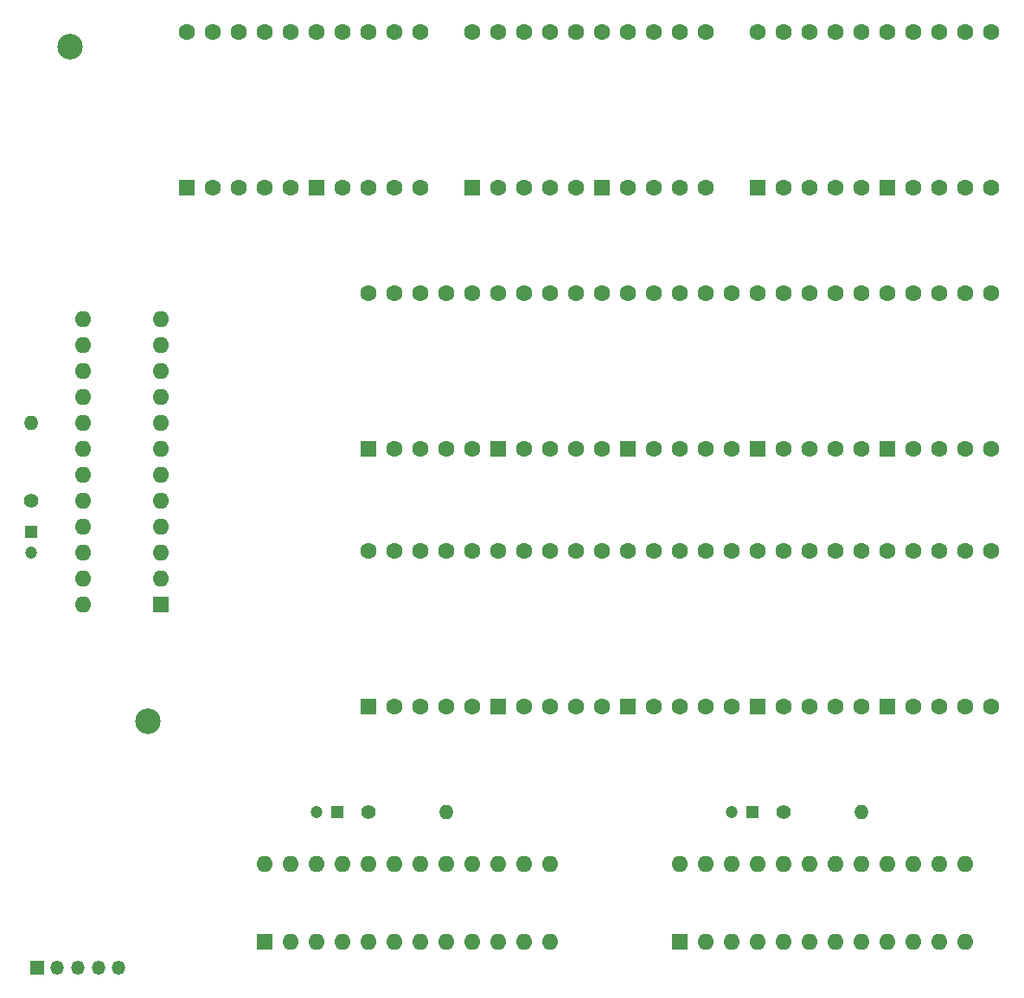
<source format=gts>
%TF.GenerationSoftware,KiCad,Pcbnew,7.0.8*%
%TF.CreationDate,2023-10-10T01:09:48-07:00*%
%TF.ProjectId,htpm_control_numericals,6874706d-5f63-46f6-9e74-726f6c5f6e75,1*%
%TF.SameCoordinates,Original*%
%TF.FileFunction,Soldermask,Top*%
%TF.FilePolarity,Negative*%
%FSLAX46Y46*%
G04 Gerber Fmt 4.6, Leading zero omitted, Abs format (unit mm)*
G04 Created by KiCad (PCBNEW 7.0.8) date 2023-10-10 01:09:48*
%MOMM*%
%LPD*%
G01*
G04 APERTURE LIST*
%ADD10C,2.500000*%
%ADD11R,1.600000X1.600000*%
%ADD12C,1.600000*%
%ADD13C,1.400000*%
%ADD14O,1.400000X1.400000*%
%ADD15O,1.600000X1.600000*%
%ADD16R,1.350000X1.350000*%
%ADD17O,1.350000X1.350000*%
%ADD18R,1.200000X1.200000*%
%ADD19C,1.200000*%
G04 APERTURE END LIST*
D10*
%TO.C,H2*%
X109220000Y-113030000D03*
%TD*%
D11*
%TO.C,U12*%
X181610000Y-86360000D03*
D12*
X184150000Y-86360000D03*
X186690000Y-86360000D03*
X189230000Y-86360000D03*
X191770000Y-86360000D03*
X191770000Y-71120000D03*
X189230000Y-71120000D03*
X186690000Y-71120000D03*
X184150000Y-71120000D03*
X181610000Y-71120000D03*
%TD*%
D11*
%TO.C,U14*%
X181610000Y-111637500D03*
D12*
X184150000Y-111637500D03*
X186690000Y-111637500D03*
X189230000Y-111637500D03*
X191770000Y-111637500D03*
X191770000Y-96397500D03*
X189230000Y-96397500D03*
X186690000Y-96397500D03*
X184150000Y-96397500D03*
X181610000Y-96397500D03*
%TD*%
D11*
%TO.C,U16*%
X156210000Y-111637500D03*
D12*
X158750000Y-111637500D03*
X161290000Y-111637500D03*
X163830000Y-111637500D03*
X166370000Y-111637500D03*
X166370000Y-96397500D03*
X163830000Y-96397500D03*
X161290000Y-96397500D03*
X158750000Y-96397500D03*
X156210000Y-96397500D03*
%TD*%
D11*
%TO.C,U11*%
X168910000Y-86360000D03*
D12*
X171450000Y-86360000D03*
X173990000Y-86360000D03*
X176530000Y-86360000D03*
X179070000Y-86360000D03*
X179070000Y-71120000D03*
X176530000Y-71120000D03*
X173990000Y-71120000D03*
X171450000Y-71120000D03*
X168910000Y-71120000D03*
%TD*%
D11*
%TO.C,U17*%
X143510000Y-111637500D03*
D12*
X146050000Y-111637500D03*
X148590000Y-111637500D03*
X151130000Y-111637500D03*
X153670000Y-111637500D03*
X153670000Y-96397500D03*
X151130000Y-96397500D03*
X148590000Y-96397500D03*
X146050000Y-96397500D03*
X143510000Y-96397500D03*
%TD*%
D10*
%TO.C,H1*%
X101600000Y-46990000D03*
%TD*%
D13*
%TO.C,R2*%
X130810000Y-121920000D03*
D14*
X138430000Y-121920000D03*
%TD*%
D13*
%TO.C,R3*%
X171450000Y-121920000D03*
D14*
X179070000Y-121920000D03*
%TD*%
D11*
%TO.C,U13*%
X120650000Y-134620000D03*
D15*
X123190000Y-134620000D03*
X125730000Y-134620000D03*
X128270000Y-134620000D03*
X130810000Y-134620000D03*
X133350000Y-134620000D03*
X135890000Y-134620000D03*
X138430000Y-134620000D03*
X140970000Y-134620000D03*
X143510000Y-134620000D03*
X146050000Y-134620000D03*
X148590000Y-134620000D03*
X148590000Y-127000000D03*
X146050000Y-127000000D03*
X143510000Y-127000000D03*
X140970000Y-127000000D03*
X138430000Y-127000000D03*
X135890000Y-127000000D03*
X133350000Y-127000000D03*
X130810000Y-127000000D03*
X128270000Y-127000000D03*
X125730000Y-127000000D03*
X123190000Y-127000000D03*
X120650000Y-127000000D03*
%TD*%
%TO.C,U1*%
X102870000Y-101600000D03*
X102870000Y-99060000D03*
X102870000Y-96520000D03*
X102870000Y-93980000D03*
X102870000Y-91440000D03*
X102870000Y-88900000D03*
X102870000Y-86360000D03*
X102870000Y-83820000D03*
X102870000Y-81280000D03*
X102870000Y-78740000D03*
X102870000Y-76200000D03*
X102870000Y-73660000D03*
X110490000Y-73660000D03*
X110490000Y-76200000D03*
X110490000Y-78740000D03*
X110490000Y-81280000D03*
X110490000Y-83820000D03*
X110490000Y-86360000D03*
X110490000Y-88900000D03*
X110490000Y-91440000D03*
X110490000Y-93980000D03*
X110490000Y-96520000D03*
X110490000Y-99060000D03*
D11*
X110490000Y-101600000D03*
%TD*%
D14*
%TO.C,R1*%
X97790000Y-83820000D03*
D13*
X97790000Y-91440000D03*
%TD*%
D11*
%TO.C,U5*%
X153670000Y-60837500D03*
D12*
X156210000Y-60837500D03*
X158750000Y-60837500D03*
X161290000Y-60837500D03*
X163830000Y-60837500D03*
X163830000Y-45597500D03*
X161290000Y-45597500D03*
X158750000Y-45597500D03*
X156210000Y-45597500D03*
X153670000Y-45597500D03*
%TD*%
D11*
%TO.C,U19*%
X130810000Y-111637500D03*
D12*
X133350000Y-111637500D03*
X135890000Y-111637500D03*
X138430000Y-111637500D03*
X140970000Y-111637500D03*
X140970000Y-96397500D03*
X138430000Y-96397500D03*
X135890000Y-96397500D03*
X133350000Y-96397500D03*
X130810000Y-96397500D03*
%TD*%
D11*
%TO.C,U18*%
X161290000Y-134620000D03*
D15*
X163830000Y-134620000D03*
X166370000Y-134620000D03*
X168910000Y-134620000D03*
X171450000Y-134620000D03*
X173990000Y-134620000D03*
X176530000Y-134620000D03*
X179070000Y-134620000D03*
X181610000Y-134620000D03*
X184150000Y-134620000D03*
X186690000Y-134620000D03*
X189230000Y-134620000D03*
X189230000Y-127000000D03*
X186690000Y-127000000D03*
X184150000Y-127000000D03*
X181610000Y-127000000D03*
X179070000Y-127000000D03*
X176530000Y-127000000D03*
X173990000Y-127000000D03*
X171450000Y-127000000D03*
X168910000Y-127000000D03*
X166370000Y-127000000D03*
X163830000Y-127000000D03*
X161290000Y-127000000D03*
%TD*%
D11*
%TO.C,U15*%
X168910000Y-111637500D03*
D12*
X171450000Y-111637500D03*
X173990000Y-111637500D03*
X176530000Y-111637500D03*
X179070000Y-111637500D03*
X179070000Y-96397500D03*
X176530000Y-96397500D03*
X173990000Y-96397500D03*
X171450000Y-96397500D03*
X168910000Y-96397500D03*
%TD*%
D11*
%TO.C,U9*%
X143510000Y-86360000D03*
D12*
X146050000Y-86360000D03*
X148590000Y-86360000D03*
X151130000Y-86360000D03*
X153670000Y-86360000D03*
X153670000Y-71120000D03*
X151130000Y-71120000D03*
X148590000Y-71120000D03*
X146050000Y-71120000D03*
X143510000Y-71120000D03*
%TD*%
D11*
%TO.C,U6*%
X168910000Y-60837500D03*
D12*
X171450000Y-60837500D03*
X173990000Y-60837500D03*
X176530000Y-60837500D03*
X179070000Y-60837500D03*
X179070000Y-45597500D03*
X176530000Y-45597500D03*
X173990000Y-45597500D03*
X171450000Y-45597500D03*
X168910000Y-45597500D03*
%TD*%
D11*
%TO.C,U8*%
X130810000Y-86360000D03*
D12*
X133350000Y-86360000D03*
X135890000Y-86360000D03*
X138430000Y-86360000D03*
X140970000Y-86360000D03*
X140970000Y-71120000D03*
X138430000Y-71120000D03*
X135890000Y-71120000D03*
X133350000Y-71120000D03*
X130810000Y-71120000D03*
%TD*%
D16*
%TO.C,J1*%
X98330000Y-137160000D03*
D17*
X100330000Y-137160000D03*
X102330000Y-137160000D03*
X104330000Y-137160000D03*
X106330000Y-137160000D03*
%TD*%
D11*
%TO.C,U10*%
X156210000Y-86360000D03*
D12*
X158750000Y-86360000D03*
X161290000Y-86360000D03*
X163830000Y-86360000D03*
X166370000Y-86360000D03*
X166370000Y-71120000D03*
X163830000Y-71120000D03*
X161290000Y-71120000D03*
X158750000Y-71120000D03*
X156210000Y-71120000D03*
%TD*%
D11*
%TO.C,U2*%
X113030000Y-60837500D03*
D12*
X115570000Y-60837500D03*
X118110000Y-60837500D03*
X120650000Y-60837500D03*
X123190000Y-60837500D03*
X123190000Y-45597500D03*
X120650000Y-45597500D03*
X118110000Y-45597500D03*
X115570000Y-45597500D03*
X113030000Y-45597500D03*
%TD*%
D11*
%TO.C,U4*%
X140970000Y-60837500D03*
D12*
X143510000Y-60837500D03*
X146050000Y-60837500D03*
X148590000Y-60837500D03*
X151130000Y-60837500D03*
X151130000Y-45597500D03*
X148590000Y-45597500D03*
X146050000Y-45597500D03*
X143510000Y-45597500D03*
X140970000Y-45597500D03*
%TD*%
D18*
%TO.C,C2*%
X127730000Y-121920000D03*
D19*
X125730000Y-121920000D03*
%TD*%
D18*
%TO.C,C3*%
X168370000Y-121920000D03*
D19*
X166370000Y-121920000D03*
%TD*%
D11*
%TO.C,U7*%
X181610000Y-60837500D03*
D12*
X184150000Y-60837500D03*
X186690000Y-60837500D03*
X189230000Y-60837500D03*
X191770000Y-60837500D03*
X191770000Y-45597500D03*
X189230000Y-45597500D03*
X186690000Y-45597500D03*
X184150000Y-45597500D03*
X181610000Y-45597500D03*
%TD*%
D11*
%TO.C,U3*%
X125730000Y-60837500D03*
D12*
X128270000Y-60837500D03*
X130810000Y-60837500D03*
X133350000Y-60837500D03*
X135890000Y-60837500D03*
X135890000Y-45597500D03*
X133350000Y-45597500D03*
X130810000Y-45597500D03*
X128270000Y-45597500D03*
X125730000Y-45597500D03*
%TD*%
D19*
%TO.C,C1*%
X97790000Y-96520000D03*
D18*
X97790000Y-94520000D03*
%TD*%
M02*

</source>
